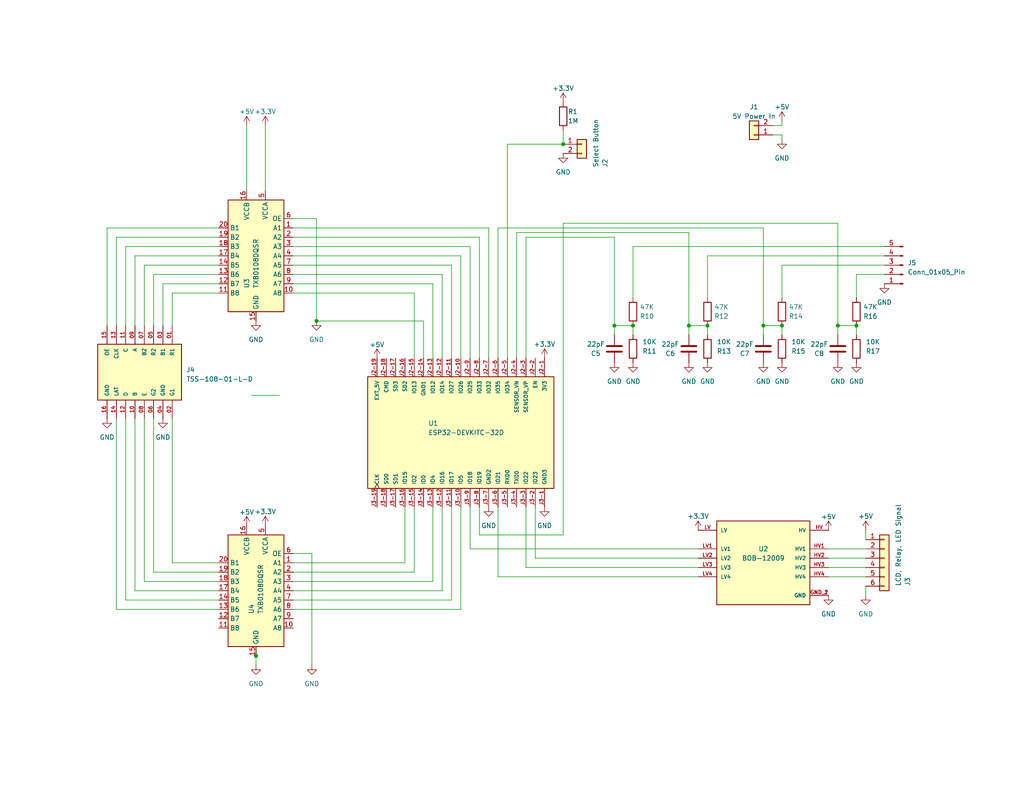
<source format=kicad_sch>
(kicad_sch (version 20230121) (generator eeschema)
  (paper "USLetter")
  (title_block (title "Car LED Controller ") (date "2023-07-02") (rev "3"))
  (lib_symbols
    (symbol "BOB-12009:BOB-12009" (pin_names (offset 1.016))
      (property "Reference" "U" (at -12.7 11.43 0))
      (property "Value" "BOB-12009" (at -12.7 -15.24 0))
      (symbol "BOB-12009_0_0"
        (rectangle (start -12.7 -12.7) (end 12.7 10.16) (stroke (width 0.254)) (fill (type background)))
        (pin power_in line (at 17.78 -10.16 180) (length 5.08) (name "GND") (number "GND_1"))
        (pin power_in line (at 17.78 -10.16 180) (length 5.08) (name "GND") (number "GND_2"))
        (pin bidirectional line (at 17.78 7.62 180) (length 5.08) (name "HV") (number "HV"))
        (pin bidirectional line (at 17.78 2.54 180) (length 5.08) (name "HV1") (number "HV1"))
        (pin bidirectional line (at 17.78 0 180) (length 5.08) (name "HV2") (number "HV2"))
        (pin bidirectional line (at 17.78 -2.54 180) (length 5.08) (name "HV3") (number "HV3"))
        (pin bidirectional line (at 17.78 -5.08 180) (length 5.08) (name "HV4") (number "HV4"))
        (pin bidirectional line (at -17.78 7.62 0) (length 5.08) (name "LV") (number "LV"))
        (pin bidirectional line (at -17.78 2.54 0) (length 5.08) (name "LV1") (number "LV1"))
        (pin bidirectional line (at -17.78 0 0) (length 5.08) (name "LV2") (number "LV2"))
        (pin bidirectional line (at -17.78 -2.54 0) (length 5.08) (name "LV3") (number "LV3"))
        (pin bidirectional line (at -17.78 -5.08 0) (length 5.08) (name "LV4") (number "LV4"))
      )
    )
    (symbol "Conn_01x02_1" (pin_names (offset 1.016) hide)
      (property "Reference" "J" (at 0 2.54 0))
      (property "Value" "Conn_01x02" (at 0 -5.08 0))
      (symbol "Conn_01x02_1_1_1"
        (rectangle (start -1.27 -2.413) (end 0 -2.667) (stroke (width 0.1524)))
        (rectangle (start -1.27 0.127) (end 0 -0.127) (stroke (width 0.1524)))
        (rectangle (start -1.27 1.27) (end 1.27 -3.81) (stroke (width 0.254)) (fill (type background)))
        (pin passive line (at -5.08 0 0) (length 3.81) (name "Pin_1") (number "1"))
        (pin passive line (at -5.08 -2.54 0) (length 3.81) (name "Pin_2") (number "2"))
      )
    )
    (symbol "Connector:Conn_01x05_Pin" (pin_names (offset 1.016) hide)
      (property "Reference" "J" (at 0 7.62 0))
      (property "Value" "Conn_01x05_Pin" (at 0 -7.62 0))
      (symbol "Conn_01x05_Pin_1_1"
        (polyline (pts (xy 1.27 -5.08) (xy 0.8636 -5.08)) (stroke (width 0.1524)))
        (polyline (pts (xy 1.27 -2.54) (xy 0.8636 -2.54)) (stroke (width 0.1524)))
        (polyline (pts (xy 1.27 0) (xy 0.8636 0)) (stroke (width 0.1524)))
        (polyline (pts (xy 1.27 2.54) (xy 0.8636 2.54)) (stroke (width 0.1524)))
        (polyline (pts (xy 1.27 5.08) (xy 0.8636 5.08)) (stroke (width 0.1524)))
        (rectangle (start 0.8636 -4.953) (end 0 -5.207) (stroke (width 0.1524)) (fill (type outline)))
        (rectangle (start 0.8636 -2.413) (end 0 -2.667) (stroke (width 0.1524)) (fill (type outline)))
        (rectangle (start 0.8636 0.127) (end 0 -0.127) (stroke (width 0.1524)) (fill (type outline)))
        (rectangle (start 0.8636 2.667) (end 0 2.413) (stroke (width 0.1524)) (fill (type outline)))
        (rectangle (start 0.8636 5.207) (end 0 4.953) (stroke (width 0.1524)) (fill (type outline)))
        (pin passive line (at 5.08 5.08 180) (length 3.81) (name "Pin_1") (number "1"))
        (pin passive line (at 5.08 2.54 180) (length 3.81) (name "Pin_2") (number "2"))
        (pin passive line (at 5.08 0 180) (length 3.81) (name "Pin_3") (number "3"))
        (pin passive line (at 5.08 -2.54 180) (length 3.81) (name "Pin_4") (number "4"))
        (pin passive line (at 5.08 -5.08 180) (length 3.81) (name "Pin_5") (number "5"))
      )
    )
    (symbol "Connector_Generic:Conn_01x02" (pin_names (offset 1.016) hide)
      (property "Reference" "J4" (at 2.54 -0.635 0))
      (property "Value" "Select Button" (at 2.54 -3.175 0))
      (symbol "Conn_01x02_1_1"
        (rectangle (start -1.27 -2.413) (end 0 -2.667) (stroke (width 0.1524)))
        (rectangle (start -1.27 0.127) (end 0 -0.127) (stroke (width 0.1524)))
        (rectangle (start -1.27 1.27) (end 1.27 -3.81) (stroke (width 0.254)) (fill (type background)))
        (pin passive line (at -5.08 0 0) (length 3.81) (name "Pin_1") (number "1"))
        (pin passive line (at -5.08 -2.54 0) (length 3.81) (name "Pin_2") (number "2"))
      )
    )
    (symbol "Connector_Generic:Conn_01x06" (pin_names (offset 1.016) hide)
      (property "Reference" "J" (at 0 7.62 0))
      (property "Value" "Conn_01x06" (at 0 -10.16 0))
      (symbol "Conn_01x06_1_1"
        (rectangle (start -1.27 -7.493) (end 0 -7.747) (stroke (width 0.1524)))
        (rectangle (start -1.27 -4.953) (end 0 -5.207) (stroke (width 0.1524)))
        (rectangle (start -1.27 -2.413) (end 0 -2.667) (stroke (width 0.1524)))
        (rectangle (start -1.27 0.127) (end 0 -0.127) (stroke (width 0.1524)))
        (rectangle (start -1.27 2.667) (end 0 2.413) (stroke (width 0.1524)))
        (rectangle (start -1.27 5.207) (end 0 4.953) (stroke (width 0.1524)))
        (rectangle (start -1.27 6.35) (end 1.27 -8.89) (stroke (width 0.254)) (fill (type background)))
        (pin passive line (at -5.08 5.08 0) (length 3.81) (name "Pin_1") (number "1"))
        (pin passive line (at -5.08 2.54 0) (length 3.81) (name "Pin_2") (number "2"))
        (pin passive line (at -5.08 0 0) (length 3.81) (name "Pin_3") (number "3"))
        (pin passive line (at -5.08 -2.54 0) (length 3.81) (name "Pin_4") (number "4"))
        (pin passive line (at -5.08 -5.08 0) (length 3.81) (name "Pin_5") (number "5"))
        (pin passive line (at -5.08 -7.62 0) (length 3.81) (name "Pin_6") (number "6"))
      )
    )
    (symbol "Device:C" (pin_numbers hide) (pin_names (offset 0.254))
      (property "Reference" "C" (at 0.635 2.54 0))
      (property "Value" "C" (at 0.635 -2.54 0))
      (symbol "C_0_1"
        (polyline (pts (xy -2.032 -0.762) (xy 2.032 -0.762)) (stroke (width 0.508)))
        (polyline (pts (xy -2.032 0.762) (xy 2.032 0.762)) (stroke (width 0.508)))
      )
      (symbol "C_1_1"
        (pin passive line (at 0 3.81 270) (length 2.794) (name "~") (number "1"))
        (pin passive line (at 0 -3.81 90) (length 2.794) (name "~") (number "2"))
      )
    )
    (symbol "Device:R" (pin_numbers hide) (pin_names (offset 0))
      (property "Reference" "R" (at 2.032 0 90))
      (property "Value" "R" (at 0 0 90))
      (symbol "R_0_1"
        (rectangle (start -1.016 -2.54) (end 1.016 2.54) (stroke (width 0.254)))
      )
      (symbol "R_1_1"
        (pin passive line (at 0 3.81 270) (length 1.27) (name "~") (number "1"))
        (pin passive line (at 0 -3.81 90) (length 1.27) (name "~") (number "2"))
      )
    )
    (symbol "ESP32-DEVKITC-32D:ESP32-DEVKITC-32D" (pin_names (offset 1.016))
      (property "Reference" "U" (at -15.2572 26.0643 0))
      (property "Value" "ESP32-DEVKITC-32D" (at -15.2563 -27.9698 0))
      (symbol "ESP32-DEVKITC-32D_0_0"
        (rectangle (start -15.24 -25.4) (end 15.24 25.4) (stroke (width 0.254)) (fill (type background)))
        (pin power_in line (at -20.32 22.86 0) (length 5.08) (name "3V3") (number "J2-1"))
        (pin bidirectional line (at -20.32 0 0) (length 5.08) (name "IO26") (number "J2-10"))
        (pin bidirectional line (at -20.32 -2.54 0) (length 5.08) (name "IO27") (number "J2-11"))
        (pin bidirectional line (at -20.32 -5.08 0) (length 5.08) (name "IO14") (number "J2-12"))
        (pin bidirectional line (at -20.32 -7.62 0) (length 5.08) (name "IO12") (number "J2-13"))
        (pin power_in line (at -20.32 -10.16 0) (length 5.08) (name "GND1") (number "J2-14"))
        (pin bidirectional line (at -20.32 -12.7 0) (length 5.08) (name "IO13") (number "J2-15"))
        (pin bidirectional line (at -20.32 -15.24 0) (length 5.08) (name "SD2") (number "J2-16"))
        (pin bidirectional line (at -20.32 -17.78 0) (length 5.08) (name "SD3") (number "J2-17"))
        (pin bidirectional line (at -20.32 -20.32 0) (length 5.08) (name "CMD") (number "J2-18"))
        (pin power_in line (at -20.32 -22.86 0) (length 5.08) (name "EXT_5V") (number "J2-19"))
        (pin input line (at -20.32 20.32 0) (length 5.08) (name "EN") (number "J2-2"))
        (pin input line (at -20.32 17.78 0) (length 5.08) (name "SENSOR_VP") (number "J2-3"))
        (pin input line (at -20.32 15.24 0) (length 5.08) (name "SENSOR_VN") (number "J2-4"))
        (pin bidirectional line (at -20.32 12.7 0) (length 5.08) (name "IO34") (number "J2-5"))
        (pin bidirectional line (at -20.32 10.16 0) (length 5.08) (name "IO35") (number "J2-6"))
        (pin bidirectional line (at -20.32 7.62 0) (length 5.08) (name "IO32") (number "J2-7"))
        (pin bidirectional line (at -20.32 5.08 0) (length 5.08) (name "IO33") (number "J2-8"))
        (pin bidirectional line (at -20.32 2.54 0) (length 5.08) (name "IO25") (number "J2-9"))
        (pin power_in line (at 20.32 22.86 180) (length 5.08) (name "GND3") (number "J3-1"))
        (pin bidirectional line (at 20.32 0 180) (length 5.08) (name "IO5") (number "J3-10"))
        (pin bidirectional line (at 20.32 -2.54 180) (length 5.08) (name "IO17") (number "J3-11"))
        (pin bidirectional line (at 20.32 -5.08 180) (length 5.08) (name "IO16") (number "J3-12"))
        (pin bidirectional line (at 20.32 -7.62 180) (length 5.08) (name "IO4") (number "J3-13"))
        (pin bidirectional line (at 20.32 -10.16 180) (length 5.08) (name "IO0") (number "J3-14"))
        (pin bidirectional line (at 20.32 -12.7 180) (length 5.08) (name "IO2") (number "J3-15"))
        (pin bidirectional line (at 20.32 -15.24 180) (length 5.08) (name "IO15") (number "J3-16"))
        (pin bidirectional line (at 20.32 -17.78 180) (length 5.08) (name "SD1") (number "J3-17"))
        (pin bidirectional line (at 20.32 -20.32 180) (length 5.08) (name "SD0") (number "J3-18"))
        (pin input clock (at 20.32 -22.86 180) (length 5.08) (name "CLK") (number "J3-19"))
        (pin bidirectional line (at 20.32 20.32 180) (length 5.08) (name "IO23") (number "J3-2"))
        (pin bidirectional line (at 20.32 17.78 180) (length 5.08) (name "IO22") (number "J3-3"))
        (pin output line (at 20.32 15.24 180) (length 5.08) (name "TXD0") (number "J3-4"))
        (pin input line (at 20.32 12.7 180) (length 5.08) (name "RXD0") (number "J3-5"))
        (pin bidirectional line (at 20.32 10.16 180) (length 5.08) (name "IO21") (number "J3-6"))
        (pin power_in line (at 20.32 7.62 180) (length 5.08) (name "GND2") (number "J3-7"))
        (pin bidirectional line (at 20.32 5.08 180) (length 5.08) (name "IO19") (number "J3-8"))
        (pin bidirectional line (at 20.32 2.54 180) (length 5.08) (name "IO18") (number "J3-9"))
      )
    )
    (symbol "Logic_LevelTranslator:TXB0108DQSR"
      (property "Reference" "U" (at -6.35 16.51 0))
      (property "Value" "TXB0108DQSR" (at 3.81 16.51 0))
      (symbol "TXB0108DQSR_0_1"
        (rectangle (start -7.62 15.24) (end 7.62 -15.24) (stroke (width 0.254)) (fill (type background)))
      )
      (symbol "TXB0108DQSR_1_1"
        (pin bidirectional line (at -10.16 7.62 0) (length 2.54) (name "A1") (number "1"))
        (pin bidirectional line (at -10.16 -10.16 0) (length 2.54) (name "A8") (number "10"))
        (pin bidirectional line (at 10.16 -10.16 180) (length 2.54) (name "B8") (number "11"))
        (pin bidirectional line (at 10.16 -7.62 180) (length 2.54) (name "B7") (number "12"))
        (pin bidirectional line (at 10.16 -5.08 180) (length 2.54) (name "B6") (number "13"))
        (pin bidirectional line (at 10.16 -2.54 180) (length 2.54) (name "B5") (number "14"))
        (pin power_in line (at 0 -17.78 90) (length 2.54) (name "GND") (number "15"))
        (pin power_in line (at 2.54 17.78 270) (length 2.54) (name "VCCB") (number "16"))
        (pin bidirectional line (at 10.16 0 180) (length 2.54) (name "B4") (number "17"))
        (pin bidirectional line (at 10.16 2.54 180) (length 2.54) (name "B3") (number "18"))
        (pin bidirectional line (at 10.16 5.08 180) (length 2.54) (name "B2") (number "19"))
        (pin bidirectional line (at -10.16 5.08 0) (length 2.54) (name "A2") (number "2"))
        (pin bidirectional line (at 10.16 7.62 180) (length 2.54) (name "B1") (number "20"))
        (pin bidirectional line (at -10.16 2.54 0) (length 2.54) (name "A3") (number "3"))
        (pin bidirectional line (at -10.16 0 0) (length 2.54) (name "A4") (number "4"))
        (pin power_in line (at -2.54 17.78 270) (length 2.54) (name "VCCA") (number "5"))
        (pin input line (at -10.16 10.16 0) (length 2.54) (name "OE") (number "6"))
        (pin bidirectional line (at -10.16 -2.54 0) (length 2.54) (name "A5") (number "7"))
        (pin bidirectional line (at -10.16 -5.08 0) (length 2.54) (name "A6") (number "8"))
        (pin bidirectional line (at -10.16 -7.62 0) (length 2.54) (name "A7") (number "9"))
      )
    )
    (symbol "TSS-108-01-L-D:TSS-108-01-L-D" (pin_names (offset 1.016))
      (property "Reference" "J4" (at -0.635 13.97 90))
      (property "Value" "TSS-108-01-L-D" (at 1.905 13.97 90))
      (symbol "TSS-108-01-L-D_0_0"
        (rectangle (start -7.62 -10.16) (end 7.62 12.7) (stroke (width 0.254)) (fill (type background)))
      )
      (symbol "TSS-108-01-L-D_1_0"
        (pin passive line (at -12.7 10.16 0) (length 5.08) (name "R1") (number "01"))
        (pin passive line (at 12.7 10.16 180) (length 5.08) (name "G1") (number "02"))
        (pin passive line (at -12.7 7.62 0) (length 5.08) (name "B1") (number "03"))
        (pin passive line (at 12.7 7.62 180) (length 5.08) (name "GND") (number "04"))
        (pin passive line (at -12.7 5.08 0) (length 5.08) (name "R2") (number "05"))
        (pin passive line (at 12.7 5.08 180) (length 5.08) (name "G2") (number "06"))
        (pin passive line (at -12.7 2.54 0) (length 5.08) (name "B2") (number "07"))
        (pin passive line (at 12.7 2.54 180) (length 5.08) (name "E") (number "08"))
        (pin passive line (at -12.7 0 0) (length 5.08) (name "A") (number "09"))
        (pin passive line (at 12.7 0 180) (length 5.08) (name "B") (number "10"))
        (pin passive line (at -12.7 -2.54 0) (length 5.08) (name "C") (number "11"))
        (pin passive line (at 12.7 -2.54 180) (length 5.08) (name "D") (number "12"))
        (pin passive line (at -12.7 -5.08 0) (length 5.08) (name "CLK") (number "13"))
        (pin passive line (at 12.7 -5.08 180) (length 5.08) (name "LAT") (number "14"))
        (pin passive line (at -12.7 -7.62 0) (length 5.08) (name "OE") (number "15"))
        (pin passive line (at 12.7 -7.62 180) (length 5.08) (name "GND") (number "16"))
      )
    )
    (symbol "power:+3.3V" (power) (pin_names (offset 0))
      (property "Value" "+3.3V" (at 0 3.556 0))
      (symbol "+3.3V_0_1"
        (polyline (pts (xy -0.762 1.27) (xy 0 2.54)))
        (polyline (pts (xy 0 0) (xy 0 2.54)))
        (polyline (pts (xy 0 2.54) (xy 0.762 1.27)))
      )
      (symbol "+3.3V_1_1"
        (pin power_in line (at 0 0 90) (length 0) hide (name "+3.3V") (number "1"))
      )
    )
    (symbol "power:+5V" (power) (pin_names (offset 0))
      (property "Value" "+5V" (at 0 3.556 0))
      (symbol "+5V_0_1"
        (polyline (pts (xy -0.762 1.27) (xy 0 2.54)))
        (polyline (pts (xy 0 0) (xy 0 2.54)))
        (polyline (pts (xy 0 2.54) (xy 0.762 1.27)))
      )
      (symbol "+5V_1_1"
        (pin power_in line (at 0 0 90) (length 0) hide (name "+5V") (number "1"))
      )
    )
    (symbol "power:GND" (power) (pin_names (offset 0))
      (property "Value" "GND" (at 0 -3.81 0))
      (symbol "GND_0_1"
        (polyline (pts (xy 0 0) (xy 0 -1.27) (xy 1.27 -1.27) (xy 0 -2.54) (xy -1.27 -1.27) (xy 0 -1.27)))
      )
      (symbol "GND_1_1"
        (pin power_in line (at 0 0 270) (length 0) hide (name "GND") (number "1"))
      )
    )
  )
  (junction (at 193.04 88.9))
  (junction (at 167.64 88.9))
  (junction (at 208.28 88.9))
  (junction (at 86.36 87.63))
  (junction (at 187.96 88.9))
  (junction (at 153.67 39.37))
  (junction (at 172.72 88.9))
  (junction (at 228.6 88.9))
  (junction (at 213.36 88.9))
  (junction (at 69.85 179.07))
  (junction (at 233.68 88.9))
  (wire (pts (xy 80.01 74.93) (xy 120.65 74.93)))
  (wire (pts (xy 41.91 74.93) (xy 59.69 74.93)))
  (wire (pts (xy 31.75 64.77) (xy 59.69 64.77)))
  (wire (pts (xy 228.6 91.44) (xy 228.6 88.9)))
  (wire (pts (xy 125.73 138.43) (xy 125.73 166.37)))
  (wire (pts (xy 123.19 163.83) (xy 80.01 163.83)))
  (wire (pts (xy 138.43 39.37) (xy 153.67 39.37)))
  (wire (pts (xy 118.11 138.43) (xy 118.11 158.75)))
  (wire (pts (xy 67.31 52.07) (xy 67.31 34.29)))
  (wire (pts (xy 208.28 88.9) (xy 213.36 88.9)))
  (wire (pts (xy 228.6 60.96) (xy 153.67 60.96)))
  (wire (pts (xy 146.05 138.43) (xy 146.05 152.4)))
  (wire (pts (xy 213.36 72.39) (xy 213.36 81.28)))
  (wire (pts (xy 153.67 35.56) (xy 153.67 39.37)))
  (wire (pts (xy 80.01 80.01) (xy 113.03 80.01)))
  (wire (pts (xy 118.11 158.75) (xy 80.01 158.75)))
  (wire (pts (xy 113.03 156.21) (xy 80.01 156.21)))
  (wire (pts (xy 213.36 36.83) (xy 210.82 36.83)))
  (wire (pts (xy 36.83 69.85) (xy 59.69 69.85)))
  (wire (pts (xy 241.3 74.93) (xy 233.68 74.93)))
  (wire (pts (xy 226.06 149.86) (xy 236.22 149.86)))
  (wire (pts (xy 46.99 88.9) (xy 46.99 80.01)))
  (wire (pts (xy 135.89 157.48) (xy 190.5 157.48)))
  (wire (pts (xy 187.96 88.9) (xy 187.96 63.5)))
  (wire (pts (xy 167.64 91.44) (xy 167.64 88.9)))
  (wire (pts (xy 72.39 52.07) (xy 72.39 34.29)))
  (wire (pts (xy 138.43 39.37) (xy 138.43 97.79)))
  (wire (pts (xy 80.01 151.13) (xy 85.09 151.13)))
  (wire (pts (xy 36.83 114.3) (xy 36.83 161.29)))
  (wire (pts (xy 213.36 34.29) (xy 210.82 34.29)))
  (wire (pts (xy 153.67 60.96) (xy 153.67 146.05)))
  (wire (pts (xy 80.01 64.77) (xy 130.81 64.77)))
  (wire (pts (xy 143.51 154.94) (xy 190.5 154.94)))
  (wire (pts (xy 128.27 138.43) (xy 128.27 149.86)))
  (wire (pts (xy 113.03 80.01) (xy 113.03 97.79)))
  (wire (pts (xy 36.83 161.29) (xy 59.69 161.29)))
  (wire (pts (xy 120.65 74.93) (xy 120.65 97.79)))
  (wire (pts (xy 34.29 114.3) (xy 34.29 163.83)))
  (wire (pts (xy 86.36 87.63) (xy 115.57 87.63)))
  (wire (pts (xy 125.73 97.79) (xy 125.73 69.85)))
  (wire (pts (xy 80.01 62.23) (xy 133.35 62.23)))
  (wire (pts (xy 113.03 138.43) (xy 113.03 156.21)))
  (wire (pts (xy 233.68 74.93) (xy 233.68 81.28)))
  (wire (pts (xy 80.01 77.47) (xy 118.11 77.47)))
  (wire (pts (xy 80.01 72.39) (xy 123.19 72.39)))
  (wire (pts (xy 46.99 80.01) (xy 59.69 80.01)))
  (wire (pts (xy 228.6 88.9) (xy 233.68 88.9)))
  (wire (pts (xy 86.36 59.69) (xy 86.36 87.63)))
  (wire (pts (xy 226.06 152.4) (xy 236.22 152.4)))
  (wire (pts (xy 125.73 166.37) (xy 80.01 166.37)))
  (wire (pts (xy 39.37 158.75) (xy 59.69 158.75)))
  (wire (pts (xy 236.22 144.78) (xy 236.22 147.32)))
  (wire (pts (xy 110.49 138.43) (xy 110.49 153.67)))
  (wire (pts (xy 46.99 153.67) (xy 59.69 153.67)))
  (wire (pts (xy 167.64 88.9) (xy 172.72 88.9)))
  (wire (pts (xy 172.72 67.31) (xy 172.72 81.28)))
  (wire (pts (xy 123.19 138.43) (xy 123.19 163.83)))
  (wire (pts (xy 120.65 161.29) (xy 80.01 161.29)))
  (wire (pts (xy 143.51 97.79) (xy 143.51 64.77)))
  (wire (pts (xy 130.81 138.43) (xy 130.81 146.05)))
  (wire (pts (xy 140.97 97.79) (xy 140.97 63.5)))
  (wire (pts (xy 41.91 88.9) (xy 41.91 74.93)))
  (wire (pts (xy 39.37 88.9) (xy 39.37 72.39)))
  (wire (pts (xy 31.75 166.37) (xy 59.69 166.37)))
  (wire (pts (xy 128.27 67.31) (xy 128.27 97.79)))
  (wire (pts (xy 39.37 114.3) (xy 39.37 158.75)))
  (wire (pts (xy 34.29 88.9) (xy 34.29 67.31)))
  (wire (pts (xy 135.89 97.79) (xy 135.89 62.23)))
  (wire (pts (xy 228.6 88.9) (xy 228.6 60.96)))
  (wire (pts (xy 172.72 88.9) (xy 172.72 91.44)))
  (wire (pts (xy 241.3 72.39) (xy 213.36 72.39)))
  (wire (pts (xy 130.81 146.05) (xy 153.67 146.05)))
  (wire (pts (xy 39.37 72.39) (xy 59.69 72.39)))
  (wire (pts (xy 135.89 138.43) (xy 135.89 157.48)))
  (wire (pts (xy 187.96 91.44) (xy 187.96 88.9)))
  (wire (pts (xy 128.27 149.86) (xy 190.5 149.86)))
  (wire (pts (xy 226.06 154.94) (xy 236.22 154.94)))
  (wire (pts (xy 236.22 162.56) (xy 236.22 160.02)))
  (wire (pts (xy 233.68 88.9) (xy 233.68 91.44)))
  (wire (pts (xy 123.19 72.39) (xy 123.19 97.79)))
  (wire (pts (xy 69.85 179.07) (xy 69.85 181.61)))
  (wire (pts (xy 143.51 138.43) (xy 143.51 154.94)))
  (wire (pts (xy 85.09 151.13) (xy 85.09 181.61)))
  (wire (pts (xy 80.01 67.31) (xy 128.27 67.31)))
  (wire (pts (xy 241.3 67.31) (xy 172.72 67.31)))
  (wire (pts (xy 208.28 62.23) (xy 208.28 88.9)))
  (wire (pts (xy 208.28 91.44) (xy 208.28 88.9)))
  (wire (pts (xy 193.04 88.9) (xy 193.04 91.44)))
  (wire (pts (xy 34.29 163.83) (xy 59.69 163.83)))
  (wire (pts (xy 44.45 77.47) (xy 59.69 77.47)))
  (wire (pts (xy 140.97 63.5) (xy 187.96 63.5)))
  (wire (pts (xy 130.81 64.77) (xy 130.81 97.79)))
  (wire (pts (xy 167.64 64.77) (xy 167.64 88.9)))
  (wire (pts (xy 213.36 88.9) (xy 213.36 91.44)))
  (wire (pts (xy 226.06 157.48) (xy 236.22 157.48)))
  (wire (pts (xy 80.01 59.69) (xy 86.36 59.69)))
  (wire (pts (xy 213.36 33.02) (xy 213.36 34.29)))
  (wire (pts (xy 143.51 64.77) (xy 167.64 64.77)))
  (wire (pts (xy 34.29 67.31) (xy 59.69 67.31)))
  (wire (pts (xy 76.2 107.95) (xy 68.58 107.95)))
  (wire (pts (xy 29.21 62.23) (xy 59.69 62.23)))
  (wire (pts (xy 69.85 179.07) (xy 69.85 176.53)))
  (wire (pts (xy 41.91 156.21) (xy 59.69 156.21)))
  (wire (pts (xy 133.35 62.23) (xy 133.35 97.79)))
  (wire (pts (xy 135.89 62.23) (xy 208.28 62.23)))
  (wire (pts (xy 118.11 77.47) (xy 118.11 97.79)))
  (wire (pts (xy 36.83 88.9) (xy 36.83 69.85)))
  (wire (pts (xy 146.05 152.4) (xy 190.5 152.4)))
  (wire (pts (xy 110.49 153.67) (xy 80.01 153.67)))
  (wire (pts (xy 31.75 114.3) (xy 31.75 166.37)))
  (wire (pts (xy 187.96 88.9) (xy 193.04 88.9)))
  (wire (pts (xy 241.3 69.85) (xy 193.04 69.85)))
  (wire (pts (xy 46.99 114.3) (xy 46.99 153.67)))
  (wire (pts (xy 193.04 69.85) (xy 193.04 81.28)))
  (wire (pts (xy 41.91 114.3) (xy 41.91 156.21)))
  (wire (pts (xy 213.36 36.83) (xy 213.36 38.1)))
  (wire (pts (xy 44.45 77.47) (xy 44.45 88.9)))
  (wire (pts (xy 29.21 62.23) (xy 29.21 88.9)))
  (wire (pts (xy 120.65 138.43) (xy 120.65 161.29)))
  (wire (pts (xy 125.73 69.85) (xy 80.01 69.85)))
  (wire (pts (xy 115.57 87.63) (xy 115.57 97.79)))
  (wire (pts (xy 31.75 88.9) (xy 31.75 64.77)))
  (symbol (lib_id "power:GND") (at 86.36 87.63 0) (unit 1)
    (property "Reference" "#PWR021" (effects hide))
    (property "Value" "GND" (at 86.36 92.71 0))
  )
  (symbol (lib_id "power:GND") (at 69.85 181.61 0) (unit 1)
    (property "Reference" "#PWR017" (effects hide))
    (property "Value" "GND" (at 69.85 186.69 0))
  )
  (symbol (lib_id "power:GND") (at 193.04 99.06 0) (unit 1)
    (property "Reference" "#PWR09" (effects hide))
    (property "Value" "GND" (at 193.04 104.14 0))
  )
  (symbol (lib_id "Device:R") (at 233.68 95.25 0) (mirror y) (unit 1)
    (property "Reference" "R17" (at 236.22 95.885 0) (effects (justify right)))
    (property "Value" "10K" (at 236.22 93.345 0) (effects (justify right)))
    (property "Footprint" "Resistor_THT:R_Axial_DIN0207_L6.3mm_D2.5mm_P10.16mm_Horizontal" (effects hide))
  )
  (symbol (lib_id "BOB-12009:BOB-12009") (at 208.28 152.4 0) (unit 1)
    (property "Reference" "U2" (at 208.28 149.86 0))
    (property "Value" "BOB-12009" (at 208.28 152.4 0))
    (property "Footprint" "CONV_BOB-12009" (effects hide))
    (property "PARTREV" "01" (effects hide))
    (property "STANDARD" "Manufacturer Recommendations" (effects hide))
    (property "MAXIMUM_PACKAGE_HEIGHT" "N/A" (effects hide))
    (property "MANUFACTURER" "SparkFun Electronics" (effects hide))
  )
  (symbol (lib_id "Device:R") (at 172.72 85.09 0) (mirror x) (unit 1)
    (property "Reference" "R10" (at 176.53 86.36 0))
    (property "Value" "47K" (at 176.53 83.82 0))
    (property "Footprint" "Resistor_THT:R_Axial_DIN0207_L6.3mm_D2.5mm_P10.16mm_Horizontal" (effects hide))
  )
  (symbol (lib_id "power:GND") (at 208.28 99.06 0) (unit 1)
    (property "Reference" "#PWR08" (effects hide))
    (property "Value" "GND" (at 208.28 104.14 0))
  )
  (symbol (lib_id "Device:R") (at 213.36 95.25 0) (mirror y) (unit 1)
    (property "Reference" "R15" (at 215.9 95.885 0) (effects (justify right)))
    (property "Value" "10K" (at 215.9 93.345 0) (effects (justify right)))
    (property "Footprint" "Resistor_THT:R_Axial_DIN0207_L6.3mm_D2.5mm_P10.16mm_Horizontal" (effects hide))
  )
  (symbol (lib_id "power:+3.3V") (at 72.39 143.51 0) (unit 1)
    (property "Reference" "#PWR025" (effects hide))
    (property "Value" "+3.3V" (at 72.39 139.7 0))
  )
  (symbol (lib_id "power:+3.3V") (at 190.5 144.78 0) (unit 1)
    (property "Reference" "#PWR023" (effects hide))
    (property "Value" "+3.3V" (at 190.5 140.97 0))
  )
  (symbol (lib_id "Device:C") (at 167.64 95.25 0) (mirror y) (unit 1)
    (property "Reference" "C5" (at 162.56 96.52 0))
    (property "Value" "22pF" (at 162.56 93.98 0))
    (property "Footprint" "Capacitor_THT:C_Disc_D4.7mm_W2.5mm_P5.00mm" (effects hide))
  )
  (symbol (lib_id "power:GND") (at 44.45 114.3 0) (unit 1)
    (property "Reference" "#PWR020" (effects hide))
    (property "Value" "GND" (at 44.45 119.38 0))
  )
  (symbol (lib_id "power:GND") (at 213.36 99.06 0) (unit 1)
    (property "Reference" "#PWR07" (effects hide))
    (property "Value" "GND" (at 213.36 104.14 0))
  )
  (symbol (lib_id "Device:R") (at 193.04 85.09 0) (mirror x) (unit 1)
    (property "Reference" "R12" (at 196.85 86.36 0))
    (property "Value" "47K" (at 196.85 83.82 0))
    (property "Footprint" "Resistor_THT:R_Axial_DIN0207_L6.3mm_D2.5mm_P10.16mm_Horizontal" (effects hide))
  )
  (symbol (lib_id "Device:R") (at 213.36 85.09 0) (mirror x) (unit 1)
    (property "Reference" "R14" (at 217.17 86.36 0))
    (property "Value" "47K" (at 217.17 83.82 0))
    (property "Footprint" "Resistor_THT:R_Axial_DIN0207_L6.3mm_D2.5mm_P10.16mm_Horizontal" (effects hide))
  )
  (symbol (lib_id "power:GND") (at 29.21 114.3 0) (unit 1)
    (property "Reference" "#PWR019" (effects hide))
    (property "Value" "GND" (at 29.21 119.38 0))
  )
  (symbol (lib_id "power:+5V") (at 226.06 144.78 0) (unit 1)
    (property "Reference" "#PWR031" (effects hide))
    (property "Value" "+5V" (at 226.06 141.1124 0))
  )
  (symbol (lib_id "Connector:Conn_01x05_Pin") (at 246.38 72.39 180) (unit 1)
    (property "Reference" "J5" (at 247.65 71.755 0) (effects (justify right)))
    (property "Value" "Conn_01x05_Pin" (at 247.65 74.295 0) (effects (justify right)))
    (property "Footprint" "Connector_PinHeader_2.00mm:PinHeader_1x05_P2.00mm_Vertical" (effects hide))
  )
  (symbol (lib_id "power:+3.3V") (at 148.59 97.79 0) (unit 1)
    (property "Reference" "#PWR022" (effects hide))
    (property "Value" "+3.3V" (at 148.59 93.98 0))
  )
  (symbol (lib_id "Device:C") (at 187.96 95.25 0) (mirror y) (unit 1)
    (property "Reference" "C6" (at 182.88 96.52 0))
    (property "Value" "22pF" (at 182.88 93.98 0))
    (property "Footprint" "Capacitor_THT:C_Disc_D4.7mm_W2.5mm_P5.00mm" (effects hide))
  )
  (symbol (lib_id "Connector_Generic:Conn_01x02") (at 158.75 39.37 0) (unit 1)
    (property "Reference" "J2" (at 165.1 45.72 90) (effects (justify left)))
    (property "Value" "Select Button" (at 162.56 45.72 90) (effects (justify left)))
    (property "Footprint" "Connector_PinHeader_2.54mm:PinHeader_1x02_P2.54mm_Vertical" (effects hide))
  )
  (symbol (lib_id "power:GND") (at 172.72 99.06 0) (unit 1)
    (property "Reference" "#PWR011" (effects hide))
    (property "Value" "GND" (at 172.72 104.14 0))
  )
  (symbol (lib_id "power:+3.3V") (at 153.67 27.94 0) (unit 1)
    (property "Reference" "#PWR026" (effects hide))
    (property "Value" "+3.3V" (at 153.67 24.13 0))
  )
  (symbol (lib_id "TSS-108-01-L-D:TSS-108-01-L-D") (at 36.83 101.6 270) (unit 1)
    (property "Reference" "J4" (at 50.8 100.965 90) (effects (justify left)))
    (property "Value" "TSS-108-01-L-D" (at 50.8 103.505 90) (effects (justify left)))
    (property "Footprint" "SAMTEC_TSS-108-01-L-D" (effects hide))
    (property "PARTREV" "R" (effects hide))
    (property "MANUFACTURER" "Samtec" (effects hide))
    (property "STANDARD" "Manufacturer Recommendations" (effects hide))
  )
  (symbol (lib_id "power:GND") (at 241.3 77.47 0) (unit 1)
    (property "Reference" "#PWR02" (effects hide))
    (property "Value" "GND" (at 241.3 82.55 0))
  )
  (symbol (lib_id "power:GND") (at 228.6 99.06 0) (unit 1)
    (property "Reference" "#PWR06" (effects hide))
    (property "Value" "GND" (at 228.6 104.14 0))
  )
  (symbol (lib_id "power:GND") (at 213.36 38.1 0) (unit 1)
    (property "Reference" "#PWR03" (effects hide))
    (property "Value" "GND" (at 213.36 43.18 0))
  )
  (symbol (lib_id "power:GND") (at 236.22 162.56 0) (unit 1)
    (property "Reference" "#PWR032" (effects hide))
    (property "Value" "GND" (at 236.22 167.64 0))
  )
  (symbol (lib_id "Device:C") (at 228.6 95.25 0) (mirror y) (unit 1)
    (property "Reference" "C8" (at 223.52 96.52 0))
    (property "Value" "22pF" (at 223.52 93.98 0))
    (property "Footprint" "Capacitor_THT:C_Disc_D4.7mm_W2.5mm_P5.00mm" (effects hide))
  )
  (symbol (lib_id "power:GND") (at 69.85 87.63 0) (unit 1)
    (property "Reference" "#PWR018" (effects hide))
    (property "Value" "GND" (at 69.85 92.71 0))
  )
  (symbol (lib_id "Device:R") (at 233.68 85.09 0) (mirror x) (unit 1)
    (property "Reference" "R16" (at 237.49 86.36 0))
    (property "Value" "47K" (at 237.49 83.82 0))
    (property "Footprint" "Resistor_THT:R_Axial_DIN0207_L6.3mm_D2.5mm_P10.16mm_Horizontal" (effects hide))
  )
  (symbol (lib_name "Conn_01x02_1") (lib_id "Connector_Generic:Conn_01x02") (at 205.74 36.83 180) (unit 1)
    (property "Reference" "J1" (at 205.74 29.21 0))
    (property "Value" "5V Power In" (at 205.74 31.75 0))
    (property "Footprint" "Connector_PinHeader_2.54mm:PinHeader_1x02_P2.54mm_Vertical" (effects hide))
  )
  (symbol (lib_id "power:+5V") (at 67.31 143.51 0) (unit 1)
    (property "Reference" "#PWR029" (effects hide))
    (property "Value" "+5V" (at 67.31 139.8424 0))
  )
  (symbol (lib_id "Device:R") (at 193.04 95.25 0) (mirror y) (unit 1)
    (property "Reference" "R13" (at 195.58 95.885 0) (effects (justify right)))
    (property "Value" "10K" (at 195.58 93.345 0) (effects (justify right)))
    (property "Footprint" "Resistor_THT:R_Axial_DIN0207_L6.3mm_D2.5mm_P10.16mm_Horizontal" (effects hide))
  )
  (symbol (lib_id "Device:R") (at 172.72 95.25 0) (mirror y) (unit 1)
    (property "Reference" "R11" (at 175.26 95.885 0) (effects (justify right)))
    (property "Value" "10K" (at 175.26 93.345 0) (effects (justify right)))
    (property "Footprint" "Resistor_THT:R_Axial_DIN0207_L6.3mm_D2.5mm_P10.16mm_Horizontal" (effects hide))
  )
  (symbol (lib_id "power:GND") (at 85.09 181.61 0) (unit 1)
    (property "Reference" "#PWR016" (effects hide))
    (property "Value" "GND" (at 85.09 186.69 0))
  )
  (symbol (lib_id "Device:C") (at 208.28 95.25 0) (mirror y) (unit 1)
    (property "Reference" "C7" (at 203.2 96.52 0))
    (property "Value" "22pF" (at 203.2 93.98 0))
    (property "Footprint" "Capacitor_THT:C_Disc_D4.7mm_W2.5mm_P5.00mm" (effects hide))
  )
  (symbol (lib_id "power:GND") (at 226.06 162.56 0) (unit 1)
    (property "Reference" "#PWR04" (effects hide))
    (property "Value" "GND" (at 226.06 167.64 0))
  )
  (symbol (lib_id "Logic_LevelTranslator:TXB0108DQSR") (at 69.85 161.29 0) (mirror y) (unit 1)
    (property "Reference" "U4" (at 68.58 167.64 90) (effects (justify left)))
    (property "Value" "TXB0108DQSR" (at 71.12 167.64 90) (effects (justify left)))
    (property "Footprint" "Package_SON:USON-20_2x4mm_P0.4mm" (effects hide))
    (property "Datasheet" "http://www.ti.com/lit/ds/symlink/txb0108.pdf" (effects hide))
  )
  (symbol (lib_id "power:GND") (at 153.67 41.91 0) (unit 1)
    (property "Reference" "#PWR013" (effects hide))
    (property "Value" "GND" (at 153.67 46.99 0))
  )
  (symbol (lib_id "Connector_Generic:Conn_01x06") (at 241.3 152.4 0) (unit 1)
    (property "Reference" "J3" (at 247.65 160.02 90) (effects (justify left)))
    (property "Value" "LCD, Relay, LED Signal" (at 245.11 160.02 90) (effects (justify left)))
    (property "Footprint" "Connector_PinHeader_2.54mm:PinHeader_1x06_P2.54mm_Vertical" (effects hide))
  )
  (symbol (lib_id "power:GND") (at 133.35 138.43 0) (unit 1)
    (property "Reference" "#PWR015" (effects hide))
    (property "Value" "GND" (at 133.35 143.51 0))
  )
  (symbol (lib_id "Logic_LevelTranslator:TXB0108DQSR") (at 69.85 69.85 0) (mirror y) (unit 1)
    (property "Reference" "U3" (at 67.31 78.74 90) (effects (justify left)))
    (property "Value" "TXB0108DQSR" (at 69.85 78.74 90) (effects (justify left)))
    (property "Footprint" "Package_SON:USON-20_2x4mm_P0.4mm" (effects hide))
    (property "Datasheet" "http://www.ti.com/lit/ds/symlink/txb0108.pdf" (effects hide))
  )
  (symbol (lib_id "power:+5V") (at 236.22 144.78 0) (unit 1)
    (property "Reference" "#PWR027" (effects hide))
    (property "Value" "+5V" (at 236.22 140.97 0))
  )
  (symbol (lib_id "power:+5V") (at 213.36 33.02 0) (unit 1)
    (property "Reference" "#PWR01" (effects hide))
    (property "Value" "+5V" (at 213.36 29.21 0))
  )
  (symbol (lib_id "power:GND") (at 187.96 99.06 0) (unit 1)
    (property "Reference" "#PWR010" (effects hide))
    (property "Value" "GND" (at 187.96 104.14 0))
  )
  (symbol (lib_id "power:GND") (at 148.59 138.43 0) (unit 1)
    (property "Reference" "#PWR014" (effects hide))
    (property "Value" "GND" (at 148.59 143.51 0))
  )
  (symbol (lib_id "ESP32-DEVKITC-32D:ESP32-DEVKITC-32D") (at 125.73 118.11 270) (unit 1)
    (property "Reference" "U1" (at 116.84 115.57 90) (effects (justify left)))
    (property "Value" "ESP32-DEVKITC-32D" (at 116.84 118.11 90) (effects (justify left)))
    (property "Footprint" "MODULE_ESP32-DEVKITC-32D" (effects hide))
    (property "PARTREV" "V4" (effects hide))
    (property "STANDARD" "Manufacturer Recommendations" (effects hide))
    (property "SNAPEDA_PN" "ESP32-DEVKITC-32D" (effects hide))
    (property "MAXIMUM_PACKAGE_HEIGHT" "N/A" (effects hide))
    (property "MANUFACTURER" "Espressif Systems" (effects hide))
  )
  (symbol (lib_id "power:+5V") (at 67.31 34.29 0) (unit 1)
    (property "Reference" "#PWR028" (effects hide))
    (property "Value" "+5V" (at 67.31 30.48 0))
  )
  (symbol (lib_id "power:GND") (at 167.64 99.06 0) (unit 1)
    (property "Reference" "#PWR012" (effects hide))
    (property "Value" "GND" (at 167.64 104.14 0))
  )
  (symbol (lib_id "Device:R") (at 153.67 31.75 0) (unit 1)
    (property "Reference" "R1" (at 154.94 30.48 0) (effects (justify left)))
    (property "Value" "1M" (at 154.94 33.02 0) (effects (justify left)))
    (property "Footprint" "Resistor_THT:R_Axial_DIN0207_L6.3mm_D2.5mm_P10.16mm_Horizontal" (effects hide))
  )
  (symbol (lib_id "power:GND") (at 233.68 99.06 0) (unit 1)
    (property "Reference" "#PWR05" (effects hide))
    (property "Value" "GND" (at 233.68 104.14 0))
  )
  (symbol (lib_id "power:+3.3V") (at 72.39 34.29 0) (unit 1)
    (property "Reference" "#PWR024" (effects hide))
    (property "Value" "+3.3V" (at 72.39 30.48 0))
  )
  (symbol (lib_id "power:+5V") (at 102.87 97.79 0) (unit 1)
    (property "Reference" "#PWR030" (effects hide))
    (property "Value" "+5V" (at 102.87 94.1224 0))
  )
)
</source>
